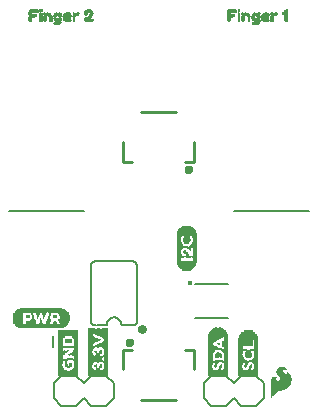
<source format=gto>
G75*
%MOIN*%
%OFA0B0*%
%FSLAX25Y25*%
%IPPOS*%
%LPD*%
%AMOC8*
5,1,8,0,0,1.08239X$1,22.5*
%
%ADD10C,0.00800*%
%ADD11C,0.00010*%
%ADD12C,0.01000*%
%ADD13C,0.01575*%
%ADD14C,0.00300*%
%ADD15C,0.01575*%
%ADD16R,0.00157X0.15276*%
%ADD17R,0.00157X0.03307*%
%ADD18R,0.00157X0.11024*%
%ADD19R,0.00157X0.02992*%
%ADD20R,0.00157X0.01260*%
%ADD21R,0.00157X0.01890*%
%ADD22R,0.00157X0.00630*%
%ADD23R,0.00157X0.02677*%
%ADD24R,0.00157X0.00787*%
%ADD25R,0.00157X0.01575*%
%ADD26R,0.00157X0.00472*%
%ADD27R,0.00157X0.02520*%
%ADD28R,0.00157X0.01417*%
%ADD29R,0.00157X0.02205*%
%ADD30R,0.00157X0.02362*%
%ADD31R,0.00157X0.02047*%
%ADD32R,0.00157X0.01102*%
%ADD33R,0.00157X0.00945*%
%ADD34R,0.00157X0.02835*%
%ADD35R,0.00157X0.01732*%
%ADD36R,0.00157X0.00157*%
%ADD37R,0.00157X0.00315*%
%ADD38R,0.00157X0.03150*%
%ADD39R,0.00157X0.15906*%
%ADD40R,0.00157X0.03937*%
%ADD41R,0.00157X0.07402*%
%ADD42R,0.00157X0.03622*%
%ADD43R,0.00157X0.03465*%
%ADD44R,0.00157X0.13858*%
%ADD45R,0.00157X0.14331*%
%ADD46R,0.00157X0.14646*%
%ADD47R,0.00157X0.14961*%
%ADD48R,0.00157X0.15118*%
%ADD49R,0.00157X0.15433*%
%ADD50R,0.00157X0.11969*%
%ADD51R,0.00157X0.04567*%
%ADD52R,0.00157X0.04409*%
%ADD53R,0.00157X0.04252*%
%ADD54R,0.00157X0.04094*%
%ADD55R,0.00157X0.03780*%
%ADD56R,0.00157X0.12913*%
%ADD57R,0.00157X0.13386*%
%ADD58R,0.00157X0.13701*%
%ADD59R,0.00157X0.14016*%
%ADD60R,0.00157X0.14173*%
%ADD61R,0.00157X0.14488*%
%ADD62R,0.00157X0.07087*%
%ADD63R,0.00157X0.04882*%
%ADD64R,0.00157X0.05039*%
%ADD65R,0.00157X0.05197*%
%ADD66C,0.00500*%
%ADD67R,0.14331X0.00157*%
%ADD68R,0.15276X0.00157*%
%ADD69R,0.15906X0.00157*%
%ADD70R,0.16535X0.00157*%
%ADD71R,0.16850X0.00157*%
%ADD72R,0.17165X0.00157*%
%ADD73R,0.17480X0.00157*%
%ADD74R,0.06614X0.00157*%
%ADD75R,0.04094X0.00157*%
%ADD76R,0.06772X0.00157*%
%ADD77R,0.02992X0.00157*%
%ADD78R,0.01260X0.00157*%
%ADD79R,0.01575X0.00157*%
%ADD80R,0.00630X0.00157*%
%ADD81R,0.03780X0.00157*%
%ADD82R,0.00787X0.00157*%
%ADD83R,0.00472X0.00157*%
%ADD84R,0.03465X0.00157*%
%ADD85R,0.03150X0.00157*%
%ADD86R,0.01102X0.00157*%
%ADD87R,0.03307X0.00157*%
%ADD88R,0.00315X0.00157*%
%ADD89R,0.00945X0.00157*%
%ADD90R,0.03622X0.00157*%
%ADD91R,0.01732X0.00157*%
%ADD92R,0.02205X0.00157*%
%ADD93R,0.01417X0.00157*%
%ADD94R,0.02835X0.00157*%
%ADD95R,0.01890X0.00157*%
%ADD96R,0.00157X0.10236*%
%ADD97R,0.00157X0.11181*%
%ADD98R,0.00157X0.11811*%
%ADD99R,0.00157X0.12441*%
%ADD100R,0.00157X0.12756*%
%ADD101R,0.00157X0.13071*%
%ADD102R,0.00157X0.05669*%
%ADD103R,0.00157X0.05827*%
%ADD104R,0.00157X0.05512*%
%ADD105R,0.02677X0.00157*%
%ADD106R,0.02047X0.00157*%
%ADD107R,0.02362X0.00157*%
%ADD108R,0.02520X0.00157*%
D10*
X0143333Y0047500D02*
X0145833Y0045000D01*
X0150833Y0045000D01*
X0153333Y0047500D01*
X0155833Y0045000D01*
X0160833Y0045000D01*
X0163333Y0047500D01*
X0163333Y0052500D01*
X0160833Y0055000D01*
X0155833Y0055000D01*
X0153333Y0052500D01*
X0150833Y0055000D01*
X0145833Y0055000D01*
X0143333Y0052500D01*
X0143333Y0047500D01*
X0157614Y0071800D02*
X0160933Y0071800D01*
X0160933Y0072000D02*
X0160935Y0072098D01*
X0160941Y0072196D01*
X0160950Y0072294D01*
X0160964Y0072391D01*
X0160981Y0072488D01*
X0161002Y0072584D01*
X0161027Y0072679D01*
X0161055Y0072773D01*
X0161088Y0072865D01*
X0161123Y0072957D01*
X0161163Y0073047D01*
X0161205Y0073135D01*
X0161252Y0073222D01*
X0161301Y0073306D01*
X0161354Y0073389D01*
X0161410Y0073469D01*
X0161470Y0073548D01*
X0161532Y0073624D01*
X0161597Y0073697D01*
X0161665Y0073768D01*
X0161736Y0073836D01*
X0161809Y0073901D01*
X0161885Y0073963D01*
X0161964Y0074023D01*
X0162044Y0074079D01*
X0162127Y0074132D01*
X0162211Y0074181D01*
X0162298Y0074228D01*
X0162386Y0074270D01*
X0162476Y0074310D01*
X0162568Y0074345D01*
X0162660Y0074378D01*
X0162754Y0074406D01*
X0162849Y0074431D01*
X0162945Y0074452D01*
X0163042Y0074469D01*
X0163139Y0074483D01*
X0163237Y0074492D01*
X0163335Y0074498D01*
X0163433Y0074500D01*
X0163531Y0074498D01*
X0163629Y0074492D01*
X0163727Y0074483D01*
X0163824Y0074469D01*
X0163921Y0074452D01*
X0164017Y0074431D01*
X0164112Y0074406D01*
X0164206Y0074378D01*
X0164298Y0074345D01*
X0164390Y0074310D01*
X0164480Y0074270D01*
X0164568Y0074228D01*
X0164655Y0074181D01*
X0164739Y0074132D01*
X0164822Y0074079D01*
X0164902Y0074023D01*
X0164981Y0073963D01*
X0165057Y0073901D01*
X0165130Y0073836D01*
X0165201Y0073768D01*
X0165269Y0073697D01*
X0165334Y0073624D01*
X0165396Y0073548D01*
X0165456Y0073469D01*
X0165512Y0073389D01*
X0165565Y0073306D01*
X0165614Y0073222D01*
X0165661Y0073135D01*
X0165703Y0073047D01*
X0165743Y0072957D01*
X0165778Y0072865D01*
X0165811Y0072773D01*
X0165839Y0072679D01*
X0165864Y0072584D01*
X0165885Y0072488D01*
X0165902Y0072391D01*
X0165916Y0072294D01*
X0165925Y0072196D01*
X0165931Y0072098D01*
X0165933Y0072000D01*
X0165933Y0071800D02*
X0169890Y0071800D01*
X0169890Y0071801D02*
X0169960Y0071813D01*
X0170030Y0071830D01*
X0170098Y0071850D01*
X0170166Y0071873D01*
X0170232Y0071901D01*
X0170296Y0071932D01*
X0170358Y0071966D01*
X0170419Y0072004D01*
X0170478Y0072044D01*
X0170534Y0072088D01*
X0170587Y0072135D01*
X0170639Y0072185D01*
X0170687Y0072238D01*
X0170732Y0072293D01*
X0170775Y0072350D01*
X0170814Y0072410D01*
X0170850Y0072472D01*
X0170882Y0072535D01*
X0170911Y0072600D01*
X0170937Y0072667D01*
X0170959Y0072735D01*
X0170977Y0072804D01*
X0170991Y0072874D01*
X0171001Y0072945D01*
X0171008Y0073016D01*
X0171011Y0073087D01*
X0171010Y0073158D01*
X0171005Y0073230D01*
X0170996Y0073300D01*
X0170996Y0092094D01*
X0170984Y0092164D01*
X0170967Y0092234D01*
X0170947Y0092302D01*
X0170923Y0092369D01*
X0170896Y0092435D01*
X0170865Y0092500D01*
X0170831Y0092562D01*
X0170793Y0092623D01*
X0170752Y0092681D01*
X0170708Y0092738D01*
X0170661Y0092791D01*
X0170611Y0092842D01*
X0170559Y0092891D01*
X0170504Y0092936D01*
X0170446Y0092979D01*
X0170387Y0093018D01*
X0170325Y0093054D01*
X0170261Y0093086D01*
X0170196Y0093115D01*
X0170130Y0093141D01*
X0170062Y0093162D01*
X0169992Y0093181D01*
X0169923Y0093195D01*
X0169852Y0093205D01*
X0169781Y0093212D01*
X0169710Y0093215D01*
X0169638Y0093214D01*
X0169567Y0093209D01*
X0169496Y0093200D01*
X0157171Y0093200D01*
X0157170Y0093200D02*
X0157094Y0093198D01*
X0157019Y0093192D01*
X0156943Y0093183D01*
X0156868Y0093169D01*
X0156794Y0093152D01*
X0156721Y0093131D01*
X0156649Y0093107D01*
X0156579Y0093079D01*
X0156510Y0093047D01*
X0156442Y0093012D01*
X0156377Y0092973D01*
X0156313Y0092931D01*
X0156252Y0092886D01*
X0156193Y0092838D01*
X0156137Y0092787D01*
X0156083Y0092733D01*
X0156032Y0092677D01*
X0155984Y0092618D01*
X0155939Y0092557D01*
X0155897Y0092493D01*
X0155858Y0092428D01*
X0155823Y0092360D01*
X0155791Y0092291D01*
X0155763Y0092221D01*
X0155739Y0092149D01*
X0155718Y0092076D01*
X0155701Y0092002D01*
X0155687Y0091927D01*
X0155678Y0091851D01*
X0155672Y0091776D01*
X0155670Y0091700D01*
X0155671Y0091700D02*
X0155671Y0073300D01*
X0155670Y0073300D02*
X0155682Y0073219D01*
X0155697Y0073139D01*
X0155716Y0073060D01*
X0155738Y0072982D01*
X0155765Y0072905D01*
X0155794Y0072829D01*
X0155828Y0072755D01*
X0155865Y0072683D01*
X0155905Y0072612D01*
X0155949Y0072544D01*
X0155996Y0072477D01*
X0156046Y0072413D01*
X0156099Y0072352D01*
X0156155Y0072293D01*
X0156214Y0072236D01*
X0156275Y0072183D01*
X0156339Y0072132D01*
X0156405Y0072085D01*
X0156473Y0072041D01*
X0156543Y0072000D01*
X0156615Y0071962D01*
X0156689Y0071928D01*
X0156765Y0071898D01*
X0156841Y0071871D01*
X0156919Y0071848D01*
X0156998Y0071828D01*
X0157078Y0071813D01*
X0157159Y0071801D01*
X0157239Y0071793D01*
X0157321Y0071789D01*
X0157402Y0071788D01*
X0157483Y0071792D01*
X0157564Y0071799D01*
X0190322Y0074390D02*
X0201345Y0074390D01*
X0201345Y0085610D02*
X0190322Y0085610D01*
X0203333Y0110000D02*
X0228333Y0110000D01*
X0153333Y0110000D02*
X0128333Y0110000D01*
X0193333Y0052500D02*
X0195833Y0055000D01*
X0200833Y0055000D01*
X0203333Y0052500D01*
X0205833Y0055000D01*
X0210833Y0055000D01*
X0213333Y0052500D01*
X0213333Y0047500D01*
X0210833Y0045000D01*
X0205833Y0045000D01*
X0203333Y0047500D01*
X0200833Y0045000D01*
X0195833Y0045000D01*
X0193333Y0047500D01*
X0193333Y0052500D01*
D11*
X0173686Y0069846D02*
X0173835Y0070083D01*
X0173927Y0070347D01*
X0173958Y0070625D01*
X0173927Y0070903D01*
X0173835Y0071167D01*
X0173686Y0071404D01*
X0173488Y0071602D01*
X0173251Y0071751D01*
X0172986Y0071844D01*
X0172708Y0071875D01*
X0172430Y0071844D01*
X0172166Y0071751D01*
X0171929Y0071602D01*
X0171731Y0071404D01*
X0171582Y0071167D01*
X0171490Y0070903D01*
X0171458Y0070625D01*
X0171490Y0070347D01*
X0171582Y0070083D01*
X0171731Y0069846D01*
X0171929Y0069648D01*
X0172166Y0069499D01*
X0172430Y0069406D01*
X0172708Y0069375D01*
X0172986Y0069406D01*
X0173251Y0069499D01*
X0173488Y0069648D01*
X0173686Y0069846D01*
X0173683Y0069843D02*
X0171733Y0069843D01*
X0171727Y0069852D02*
X0173689Y0069852D01*
X0173695Y0069860D02*
X0171722Y0069860D01*
X0171717Y0069869D02*
X0173700Y0069869D01*
X0173705Y0069877D02*
X0171711Y0069877D01*
X0171706Y0069886D02*
X0173711Y0069886D01*
X0173716Y0069894D02*
X0171700Y0069894D01*
X0171695Y0069903D02*
X0173722Y0069903D01*
X0173727Y0069911D02*
X0171690Y0069911D01*
X0171684Y0069920D02*
X0173732Y0069920D01*
X0173738Y0069928D02*
X0171679Y0069928D01*
X0171674Y0069937D02*
X0173743Y0069937D01*
X0173748Y0069945D02*
X0171668Y0069945D01*
X0171663Y0069954D02*
X0173754Y0069954D01*
X0173759Y0069962D02*
X0171658Y0069962D01*
X0171652Y0069971D02*
X0173764Y0069971D01*
X0173770Y0069979D02*
X0171647Y0069979D01*
X0171642Y0069988D02*
X0173775Y0069988D01*
X0173780Y0069996D02*
X0171636Y0069996D01*
X0171631Y0070005D02*
X0173786Y0070005D01*
X0173791Y0070013D02*
X0171626Y0070013D01*
X0171620Y0070022D02*
X0173796Y0070022D01*
X0173802Y0070031D02*
X0171615Y0070031D01*
X0171610Y0070039D02*
X0173807Y0070039D01*
X0173812Y0070048D02*
X0171604Y0070048D01*
X0171599Y0070056D02*
X0173818Y0070056D01*
X0173823Y0070065D02*
X0171593Y0070065D01*
X0171588Y0070073D02*
X0173829Y0070073D01*
X0173834Y0070082D02*
X0171583Y0070082D01*
X0171580Y0070090D02*
X0173837Y0070090D01*
X0173840Y0070099D02*
X0171577Y0070099D01*
X0171574Y0070107D02*
X0173843Y0070107D01*
X0173846Y0070116D02*
X0171571Y0070116D01*
X0171568Y0070124D02*
X0173849Y0070124D01*
X0173852Y0070133D02*
X0171565Y0070133D01*
X0171562Y0070141D02*
X0173855Y0070141D01*
X0173858Y0070150D02*
X0171559Y0070150D01*
X0171556Y0070158D02*
X0173861Y0070158D01*
X0173864Y0070167D02*
X0171553Y0070167D01*
X0171550Y0070175D02*
X0173867Y0070175D01*
X0173870Y0070184D02*
X0171547Y0070184D01*
X0171544Y0070192D02*
X0173873Y0070192D01*
X0173876Y0070201D02*
X0171541Y0070201D01*
X0171538Y0070209D02*
X0173879Y0070209D01*
X0173882Y0070218D02*
X0171535Y0070218D01*
X0171532Y0070226D02*
X0173885Y0070226D01*
X0173888Y0070235D02*
X0171529Y0070235D01*
X0171526Y0070243D02*
X0173891Y0070243D01*
X0173894Y0070252D02*
X0171523Y0070252D01*
X0171520Y0070260D02*
X0173897Y0070260D01*
X0173900Y0070269D02*
X0171517Y0070269D01*
X0171514Y0070277D02*
X0173903Y0070277D01*
X0173906Y0070286D02*
X0171511Y0070286D01*
X0171508Y0070294D02*
X0173909Y0070294D01*
X0173912Y0070303D02*
X0171505Y0070303D01*
X0171502Y0070311D02*
X0173915Y0070311D01*
X0173918Y0070320D02*
X0171499Y0070320D01*
X0171496Y0070328D02*
X0173921Y0070328D01*
X0173924Y0070337D02*
X0171493Y0070337D01*
X0171490Y0070346D02*
X0173927Y0070346D01*
X0173928Y0070354D02*
X0171489Y0070354D01*
X0171488Y0070363D02*
X0173929Y0070363D01*
X0173930Y0070371D02*
X0171487Y0070371D01*
X0171486Y0070380D02*
X0173931Y0070380D01*
X0173932Y0070388D02*
X0171485Y0070388D01*
X0171484Y0070397D02*
X0173933Y0070397D01*
X0173934Y0070405D02*
X0171483Y0070405D01*
X0171482Y0070414D02*
X0173935Y0070414D01*
X0173935Y0070422D02*
X0171481Y0070422D01*
X0171480Y0070431D02*
X0173936Y0070431D01*
X0173937Y0070439D02*
X0171479Y0070439D01*
X0171478Y0070448D02*
X0173938Y0070448D01*
X0173939Y0070456D02*
X0171477Y0070456D01*
X0171476Y0070465D02*
X0173940Y0070465D01*
X0173941Y0070473D02*
X0171475Y0070473D01*
X0171474Y0070482D02*
X0173942Y0070482D01*
X0173943Y0070490D02*
X0171473Y0070490D01*
X0171473Y0070499D02*
X0173944Y0070499D01*
X0173945Y0070507D02*
X0171472Y0070507D01*
X0171471Y0070516D02*
X0173946Y0070516D01*
X0173947Y0070524D02*
X0171470Y0070524D01*
X0171469Y0070533D02*
X0173948Y0070533D01*
X0173949Y0070541D02*
X0171468Y0070541D01*
X0171467Y0070550D02*
X0173950Y0070550D01*
X0173951Y0070558D02*
X0171466Y0070558D01*
X0171465Y0070567D02*
X0173952Y0070567D01*
X0173953Y0070575D02*
X0171464Y0070575D01*
X0171463Y0070584D02*
X0173954Y0070584D01*
X0173955Y0070592D02*
X0171462Y0070592D01*
X0171461Y0070601D02*
X0173956Y0070601D01*
X0173957Y0070609D02*
X0171460Y0070609D01*
X0171459Y0070618D02*
X0173958Y0070618D01*
X0173958Y0070626D02*
X0171459Y0070626D01*
X0171459Y0070635D02*
X0173957Y0070635D01*
X0173956Y0070644D02*
X0171460Y0070644D01*
X0171461Y0070652D02*
X0173955Y0070652D01*
X0173954Y0070661D02*
X0171462Y0070661D01*
X0171463Y0070669D02*
X0173953Y0070669D01*
X0173952Y0070678D02*
X0171464Y0070678D01*
X0171465Y0070686D02*
X0173951Y0070686D01*
X0173950Y0070695D02*
X0171466Y0070695D01*
X0171467Y0070703D02*
X0173950Y0070703D01*
X0173949Y0070712D02*
X0171468Y0070712D01*
X0171469Y0070720D02*
X0173948Y0070720D01*
X0173947Y0070729D02*
X0171470Y0070729D01*
X0171471Y0070737D02*
X0173946Y0070737D01*
X0173945Y0070746D02*
X0171472Y0070746D01*
X0171473Y0070754D02*
X0173944Y0070754D01*
X0173943Y0070763D02*
X0171474Y0070763D01*
X0171475Y0070771D02*
X0173942Y0070771D01*
X0173941Y0070780D02*
X0171476Y0070780D01*
X0171477Y0070788D02*
X0173940Y0070788D01*
X0173939Y0070797D02*
X0171478Y0070797D01*
X0171479Y0070805D02*
X0173938Y0070805D01*
X0173937Y0070814D02*
X0171480Y0070814D01*
X0171481Y0070822D02*
X0173936Y0070822D01*
X0173935Y0070831D02*
X0171482Y0070831D01*
X0171482Y0070839D02*
X0173934Y0070839D01*
X0173933Y0070848D02*
X0171483Y0070848D01*
X0171484Y0070856D02*
X0173932Y0070856D01*
X0173931Y0070865D02*
X0171485Y0070865D01*
X0171486Y0070873D02*
X0173930Y0070873D01*
X0173929Y0070882D02*
X0171487Y0070882D01*
X0171488Y0070890D02*
X0173928Y0070890D01*
X0173927Y0070899D02*
X0171489Y0070899D01*
X0171491Y0070907D02*
X0173926Y0070907D01*
X0173923Y0070916D02*
X0171494Y0070916D01*
X0171497Y0070924D02*
X0173920Y0070924D01*
X0173917Y0070933D02*
X0171500Y0070933D01*
X0171503Y0070941D02*
X0173914Y0070941D01*
X0173911Y0070950D02*
X0171506Y0070950D01*
X0171509Y0070959D02*
X0173908Y0070959D01*
X0173905Y0070967D02*
X0171512Y0070967D01*
X0171515Y0070976D02*
X0173902Y0070976D01*
X0173899Y0070984D02*
X0171518Y0070984D01*
X0171521Y0070993D02*
X0173896Y0070993D01*
X0173893Y0071001D02*
X0171524Y0071001D01*
X0171527Y0071010D02*
X0173890Y0071010D01*
X0173887Y0071018D02*
X0171530Y0071018D01*
X0171533Y0071027D02*
X0173884Y0071027D01*
X0173881Y0071035D02*
X0171536Y0071035D01*
X0171539Y0071044D02*
X0173878Y0071044D01*
X0173875Y0071052D02*
X0171542Y0071052D01*
X0171545Y0071061D02*
X0173872Y0071061D01*
X0173869Y0071069D02*
X0171548Y0071069D01*
X0171551Y0071078D02*
X0173866Y0071078D01*
X0173863Y0071086D02*
X0171554Y0071086D01*
X0171557Y0071095D02*
X0173860Y0071095D01*
X0173857Y0071103D02*
X0171560Y0071103D01*
X0171563Y0071112D02*
X0173854Y0071112D01*
X0173851Y0071120D02*
X0171566Y0071120D01*
X0171569Y0071129D02*
X0173848Y0071129D01*
X0173845Y0071137D02*
X0171572Y0071137D01*
X0171575Y0071146D02*
X0173842Y0071146D01*
X0173839Y0071154D02*
X0171578Y0071154D01*
X0171581Y0071163D02*
X0173836Y0071163D01*
X0173832Y0071171D02*
X0171585Y0071171D01*
X0171590Y0071180D02*
X0173827Y0071180D01*
X0173821Y0071188D02*
X0171595Y0071188D01*
X0171601Y0071197D02*
X0173816Y0071197D01*
X0173811Y0071205D02*
X0171606Y0071205D01*
X0171611Y0071214D02*
X0173805Y0071214D01*
X0173800Y0071222D02*
X0171617Y0071222D01*
X0171622Y0071231D02*
X0173795Y0071231D01*
X0173789Y0071239D02*
X0171627Y0071239D01*
X0171633Y0071248D02*
X0173784Y0071248D01*
X0173779Y0071256D02*
X0171638Y0071256D01*
X0171643Y0071265D02*
X0173773Y0071265D01*
X0173768Y0071274D02*
X0171649Y0071274D01*
X0171654Y0071282D02*
X0173762Y0071282D01*
X0173757Y0071291D02*
X0171660Y0071291D01*
X0171665Y0071299D02*
X0173752Y0071299D01*
X0173746Y0071308D02*
X0171670Y0071308D01*
X0171676Y0071316D02*
X0173741Y0071316D01*
X0173736Y0071325D02*
X0171681Y0071325D01*
X0171686Y0071333D02*
X0173730Y0071333D01*
X0173725Y0071342D02*
X0171692Y0071342D01*
X0171697Y0071350D02*
X0173720Y0071350D01*
X0173714Y0071359D02*
X0171702Y0071359D01*
X0171708Y0071367D02*
X0173709Y0071367D01*
X0173704Y0071376D02*
X0171713Y0071376D01*
X0171718Y0071384D02*
X0173698Y0071384D01*
X0173693Y0071393D02*
X0171724Y0071393D01*
X0171729Y0071401D02*
X0173688Y0071401D01*
X0173680Y0071410D02*
X0171736Y0071410D01*
X0171745Y0071418D02*
X0173672Y0071418D01*
X0173663Y0071427D02*
X0171753Y0071427D01*
X0171762Y0071435D02*
X0173655Y0071435D01*
X0173646Y0071444D02*
X0171770Y0071444D01*
X0171779Y0071452D02*
X0173638Y0071452D01*
X0173629Y0071461D02*
X0171788Y0071461D01*
X0171796Y0071469D02*
X0173621Y0071469D01*
X0173612Y0071478D02*
X0171805Y0071478D01*
X0171813Y0071486D02*
X0173604Y0071486D01*
X0173595Y0071495D02*
X0171822Y0071495D01*
X0171830Y0071503D02*
X0173587Y0071503D01*
X0173578Y0071512D02*
X0171839Y0071512D01*
X0171847Y0071520D02*
X0173570Y0071520D01*
X0173561Y0071529D02*
X0171856Y0071529D01*
X0171864Y0071537D02*
X0173553Y0071537D01*
X0173544Y0071546D02*
X0171873Y0071546D01*
X0171881Y0071554D02*
X0173536Y0071554D01*
X0173527Y0071563D02*
X0171890Y0071563D01*
X0171898Y0071572D02*
X0173518Y0071572D01*
X0173510Y0071580D02*
X0171907Y0071580D01*
X0171915Y0071589D02*
X0173501Y0071589D01*
X0173493Y0071597D02*
X0171924Y0071597D01*
X0171934Y0071606D02*
X0173482Y0071606D01*
X0173469Y0071614D02*
X0171948Y0071614D01*
X0171961Y0071623D02*
X0173455Y0071623D01*
X0173442Y0071631D02*
X0171975Y0071631D01*
X0171988Y0071640D02*
X0173428Y0071640D01*
X0173415Y0071648D02*
X0172002Y0071648D01*
X0172015Y0071657D02*
X0173401Y0071657D01*
X0173388Y0071665D02*
X0172029Y0071665D01*
X0172043Y0071674D02*
X0173374Y0071674D01*
X0173361Y0071682D02*
X0172056Y0071682D01*
X0172070Y0071691D02*
X0173347Y0071691D01*
X0173333Y0071699D02*
X0172083Y0071699D01*
X0172097Y0071708D02*
X0173320Y0071708D01*
X0173306Y0071716D02*
X0172110Y0071716D01*
X0172124Y0071725D02*
X0173293Y0071725D01*
X0173279Y0071733D02*
X0172137Y0071733D01*
X0172151Y0071742D02*
X0173266Y0071742D01*
X0173252Y0071750D02*
X0172165Y0071750D01*
X0172188Y0071759D02*
X0173229Y0071759D01*
X0173205Y0071767D02*
X0172212Y0071767D01*
X0172236Y0071776D02*
X0173180Y0071776D01*
X0173156Y0071784D02*
X0172261Y0071784D01*
X0172285Y0071793D02*
X0173132Y0071793D01*
X0173107Y0071801D02*
X0172309Y0071801D01*
X0172334Y0071810D02*
X0173083Y0071810D01*
X0173059Y0071818D02*
X0172358Y0071818D01*
X0172382Y0071827D02*
X0173034Y0071827D01*
X0173010Y0071835D02*
X0172407Y0071835D01*
X0172433Y0071844D02*
X0172984Y0071844D01*
X0172908Y0071852D02*
X0172508Y0071852D01*
X0172584Y0071861D02*
X0172833Y0071861D01*
X0172757Y0071869D02*
X0172659Y0071869D01*
X0171742Y0069835D02*
X0173675Y0069835D01*
X0173666Y0069826D02*
X0171750Y0069826D01*
X0171759Y0069818D02*
X0173658Y0069818D01*
X0173649Y0069809D02*
X0171768Y0069809D01*
X0171776Y0069801D02*
X0173641Y0069801D01*
X0173632Y0069792D02*
X0171785Y0069792D01*
X0171793Y0069784D02*
X0173624Y0069784D01*
X0173615Y0069775D02*
X0171802Y0069775D01*
X0171810Y0069767D02*
X0173607Y0069767D01*
X0173598Y0069758D02*
X0171819Y0069758D01*
X0171827Y0069750D02*
X0173590Y0069750D01*
X0173581Y0069741D02*
X0171836Y0069741D01*
X0171844Y0069733D02*
X0173573Y0069733D01*
X0173564Y0069724D02*
X0171853Y0069724D01*
X0171861Y0069716D02*
X0173555Y0069716D01*
X0173547Y0069707D02*
X0171870Y0069707D01*
X0171878Y0069698D02*
X0173538Y0069698D01*
X0173530Y0069690D02*
X0171887Y0069690D01*
X0171895Y0069681D02*
X0173521Y0069681D01*
X0173513Y0069673D02*
X0171904Y0069673D01*
X0171912Y0069664D02*
X0173504Y0069664D01*
X0173496Y0069656D02*
X0171921Y0069656D01*
X0171929Y0069647D02*
X0173487Y0069647D01*
X0173474Y0069639D02*
X0171943Y0069639D01*
X0171957Y0069630D02*
X0173460Y0069630D01*
X0173447Y0069622D02*
X0171970Y0069622D01*
X0171984Y0069613D02*
X0173433Y0069613D01*
X0173419Y0069605D02*
X0171997Y0069605D01*
X0172011Y0069596D02*
X0173406Y0069596D01*
X0173392Y0069588D02*
X0172024Y0069588D01*
X0172038Y0069579D02*
X0173379Y0069579D01*
X0173365Y0069571D02*
X0172051Y0069571D01*
X0172065Y0069562D02*
X0173352Y0069562D01*
X0173338Y0069554D02*
X0172079Y0069554D01*
X0172092Y0069545D02*
X0173325Y0069545D01*
X0173311Y0069537D02*
X0172106Y0069537D01*
X0172119Y0069528D02*
X0173297Y0069528D01*
X0173284Y0069520D02*
X0172133Y0069520D01*
X0172146Y0069511D02*
X0173270Y0069511D01*
X0173257Y0069503D02*
X0172160Y0069503D01*
X0172179Y0069494D02*
X0173237Y0069494D01*
X0173213Y0069486D02*
X0172204Y0069486D01*
X0172228Y0069477D02*
X0173189Y0069477D01*
X0173164Y0069469D02*
X0172252Y0069469D01*
X0172277Y0069460D02*
X0173140Y0069460D01*
X0173116Y0069452D02*
X0172301Y0069452D01*
X0172325Y0069443D02*
X0173091Y0069443D01*
X0173067Y0069435D02*
X0172350Y0069435D01*
X0172374Y0069426D02*
X0173043Y0069426D01*
X0173018Y0069418D02*
X0172398Y0069418D01*
X0172423Y0069409D02*
X0172994Y0069409D01*
X0172935Y0069400D02*
X0172482Y0069400D01*
X0172558Y0069392D02*
X0172859Y0069392D01*
X0172783Y0069383D02*
X0172633Y0069383D01*
D12*
X0169475Y0063622D02*
X0166522Y0063622D01*
X0166522Y0057126D01*
X0172428Y0046890D02*
X0184239Y0046890D01*
X0190144Y0057126D02*
X0190144Y0063622D01*
X0187192Y0063622D01*
X0187192Y0126378D02*
X0190144Y0126378D01*
X0190144Y0132874D01*
X0184239Y0143110D02*
X0172428Y0143110D01*
X0166522Y0132874D02*
X0166522Y0126378D01*
X0169475Y0126378D01*
D13*
X0187619Y0123819D02*
X0187621Y0123866D01*
X0187627Y0123912D01*
X0187636Y0123958D01*
X0187650Y0124002D01*
X0187667Y0124046D01*
X0187688Y0124087D01*
X0187712Y0124127D01*
X0187739Y0124165D01*
X0187770Y0124200D01*
X0187803Y0124233D01*
X0187839Y0124263D01*
X0187878Y0124289D01*
X0187918Y0124313D01*
X0187960Y0124332D01*
X0188004Y0124349D01*
X0188049Y0124361D01*
X0188095Y0124370D01*
X0188141Y0124375D01*
X0188188Y0124376D01*
X0188234Y0124373D01*
X0188280Y0124366D01*
X0188326Y0124355D01*
X0188370Y0124341D01*
X0188413Y0124323D01*
X0188454Y0124301D01*
X0188494Y0124276D01*
X0188531Y0124248D01*
X0188566Y0124217D01*
X0188598Y0124183D01*
X0188627Y0124146D01*
X0188652Y0124108D01*
X0188675Y0124067D01*
X0188694Y0124024D01*
X0188709Y0123980D01*
X0188721Y0123935D01*
X0188729Y0123889D01*
X0188733Y0123842D01*
X0188733Y0123796D01*
X0188729Y0123749D01*
X0188721Y0123703D01*
X0188709Y0123658D01*
X0188694Y0123614D01*
X0188675Y0123571D01*
X0188652Y0123530D01*
X0188627Y0123492D01*
X0188598Y0123455D01*
X0188566Y0123421D01*
X0188531Y0123390D01*
X0188494Y0123362D01*
X0188455Y0123337D01*
X0188413Y0123315D01*
X0188370Y0123297D01*
X0188326Y0123283D01*
X0188280Y0123272D01*
X0188234Y0123265D01*
X0188188Y0123262D01*
X0188141Y0123263D01*
X0188095Y0123268D01*
X0188049Y0123277D01*
X0188004Y0123289D01*
X0187960Y0123306D01*
X0187918Y0123325D01*
X0187878Y0123349D01*
X0187839Y0123375D01*
X0187803Y0123405D01*
X0187770Y0123438D01*
X0187739Y0123473D01*
X0187712Y0123511D01*
X0187688Y0123551D01*
X0187667Y0123592D01*
X0187650Y0123636D01*
X0187636Y0123680D01*
X0187627Y0123726D01*
X0187621Y0123772D01*
X0187619Y0123819D01*
X0167934Y0066181D02*
X0167936Y0066228D01*
X0167942Y0066274D01*
X0167951Y0066320D01*
X0167965Y0066364D01*
X0167982Y0066408D01*
X0168003Y0066449D01*
X0168027Y0066489D01*
X0168054Y0066527D01*
X0168085Y0066562D01*
X0168118Y0066595D01*
X0168154Y0066625D01*
X0168193Y0066651D01*
X0168233Y0066675D01*
X0168275Y0066694D01*
X0168319Y0066711D01*
X0168364Y0066723D01*
X0168410Y0066732D01*
X0168456Y0066737D01*
X0168503Y0066738D01*
X0168549Y0066735D01*
X0168595Y0066728D01*
X0168641Y0066717D01*
X0168685Y0066703D01*
X0168728Y0066685D01*
X0168769Y0066663D01*
X0168809Y0066638D01*
X0168846Y0066610D01*
X0168881Y0066579D01*
X0168913Y0066545D01*
X0168942Y0066508D01*
X0168967Y0066470D01*
X0168990Y0066429D01*
X0169009Y0066386D01*
X0169024Y0066342D01*
X0169036Y0066297D01*
X0169044Y0066251D01*
X0169048Y0066204D01*
X0169048Y0066158D01*
X0169044Y0066111D01*
X0169036Y0066065D01*
X0169024Y0066020D01*
X0169009Y0065976D01*
X0168990Y0065933D01*
X0168967Y0065892D01*
X0168942Y0065854D01*
X0168913Y0065817D01*
X0168881Y0065783D01*
X0168846Y0065752D01*
X0168809Y0065724D01*
X0168770Y0065699D01*
X0168728Y0065677D01*
X0168685Y0065659D01*
X0168641Y0065645D01*
X0168595Y0065634D01*
X0168549Y0065627D01*
X0168503Y0065624D01*
X0168456Y0065625D01*
X0168410Y0065630D01*
X0168364Y0065639D01*
X0168319Y0065651D01*
X0168275Y0065668D01*
X0168233Y0065687D01*
X0168193Y0065711D01*
X0168154Y0065737D01*
X0168118Y0065767D01*
X0168085Y0065800D01*
X0168054Y0065835D01*
X0168027Y0065873D01*
X0168003Y0065913D01*
X0167982Y0065954D01*
X0167965Y0065998D01*
X0167951Y0066042D01*
X0167942Y0066088D01*
X0167936Y0066134D01*
X0167934Y0066181D01*
D14*
X0215633Y0053626D02*
X0215593Y0053311D01*
X0215593Y0047917D01*
X0215790Y0048114D01*
X0215908Y0048311D01*
X0216105Y0048508D01*
X0216302Y0048744D01*
X0216774Y0049217D01*
X0217247Y0049768D01*
X0217640Y0050161D01*
X0218034Y0050398D01*
X0218270Y0050437D01*
X0219018Y0050437D01*
X0219491Y0050516D01*
X0219924Y0050634D01*
X0220318Y0050791D01*
X0220711Y0051028D01*
X0221026Y0051303D01*
X0221341Y0051618D01*
X0221617Y0051972D01*
X0222010Y0052681D01*
X0222207Y0053429D01*
X0222247Y0054098D01*
X0222129Y0054728D01*
X0221932Y0055319D01*
X0221656Y0055752D01*
X0221341Y0056106D01*
X0221026Y0056303D01*
X0221026Y0055949D01*
X0220987Y0055831D01*
X0220948Y0055752D01*
X0220829Y0055634D01*
X0220711Y0055594D01*
X0220593Y0055594D01*
X0220278Y0055673D01*
X0220121Y0055752D01*
X0220003Y0055831D01*
X0219845Y0055949D01*
X0219609Y0056185D01*
X0219451Y0056421D01*
X0219412Y0056579D01*
X0219412Y0056815D01*
X0219451Y0056933D01*
X0219491Y0057012D01*
X0219570Y0057130D01*
X0219727Y0057248D01*
X0219885Y0057327D01*
X0220081Y0057366D01*
X0220239Y0057406D01*
X0220475Y0057406D01*
X0220554Y0057366D01*
X0220593Y0057366D01*
X0220554Y0057406D01*
X0220396Y0057524D01*
X0219845Y0057799D01*
X0219491Y0057878D01*
X0219097Y0057878D01*
X0218664Y0057799D01*
X0218231Y0057563D01*
X0217877Y0057287D01*
X0217680Y0056972D01*
X0217562Y0056618D01*
X0217562Y0056303D01*
X0217640Y0055949D01*
X0217837Y0055594D01*
X0218113Y0055280D01*
X0218428Y0054925D01*
X0218703Y0054650D01*
X0218822Y0054335D01*
X0218822Y0054059D01*
X0218743Y0053823D01*
X0218585Y0053626D01*
X0218349Y0053469D01*
X0218034Y0053390D01*
X0217719Y0053390D01*
X0217522Y0053429D01*
X0217325Y0053508D01*
X0217089Y0053744D01*
X0217010Y0053862D01*
X0216971Y0053980D01*
X0216971Y0054138D01*
X0217010Y0054256D01*
X0217247Y0054492D01*
X0217365Y0054531D01*
X0217522Y0054610D01*
X0217562Y0054650D01*
X0217404Y0054728D01*
X0216932Y0054728D01*
X0216696Y0054689D01*
X0216499Y0054650D01*
X0216302Y0054571D01*
X0216144Y0054453D01*
X0215948Y0054295D01*
X0215711Y0053902D01*
X0215633Y0053626D01*
X0215641Y0053657D02*
X0217177Y0053657D01*
X0216979Y0053955D02*
X0215744Y0053955D01*
X0215923Y0054254D02*
X0217010Y0054254D01*
X0217407Y0054552D02*
X0216277Y0054552D01*
X0215599Y0053358D02*
X0222189Y0053358D01*
X0222221Y0053657D02*
X0218610Y0053657D01*
X0218787Y0053955D02*
X0222238Y0053955D01*
X0222218Y0054254D02*
X0218822Y0054254D01*
X0218740Y0054552D02*
X0222162Y0054552D01*
X0222088Y0054851D02*
X0218502Y0054851D01*
X0218229Y0055149D02*
X0221988Y0055149D01*
X0221850Y0055448D02*
X0217966Y0055448D01*
X0217753Y0055746D02*
X0220132Y0055746D01*
X0219749Y0056045D02*
X0217619Y0056045D01*
X0217562Y0056343D02*
X0219503Y0056343D01*
X0219412Y0056642D02*
X0217570Y0056642D01*
X0217669Y0056940D02*
X0219455Y0056940D01*
X0219715Y0057239D02*
X0217846Y0057239D01*
X0218198Y0057537D02*
X0220369Y0057537D01*
X0219680Y0057836D02*
X0218866Y0057836D01*
X0221026Y0056045D02*
X0221396Y0056045D01*
X0221660Y0055746D02*
X0220942Y0055746D01*
X0222110Y0053060D02*
X0215593Y0053060D01*
X0215593Y0052761D02*
X0222032Y0052761D01*
X0221889Y0052463D02*
X0215593Y0052463D01*
X0215593Y0052164D02*
X0221723Y0052164D01*
X0221534Y0051866D02*
X0215593Y0051866D01*
X0215593Y0051567D02*
X0221290Y0051567D01*
X0220987Y0051269D02*
X0215593Y0051269D01*
X0215593Y0050970D02*
X0220616Y0050970D01*
X0220019Y0050672D02*
X0215593Y0050672D01*
X0215593Y0050373D02*
X0217993Y0050373D01*
X0217554Y0050075D02*
X0215593Y0050075D01*
X0215593Y0049776D02*
X0217255Y0049776D01*
X0216998Y0049478D02*
X0215593Y0049478D01*
X0215593Y0049179D02*
X0216737Y0049179D01*
X0216438Y0048881D02*
X0215593Y0048881D01*
X0215593Y0048582D02*
X0216167Y0048582D01*
X0215892Y0048284D02*
X0215593Y0048284D01*
X0215593Y0047985D02*
X0215661Y0047985D01*
D15*
X0188747Y0085906D03*
D16*
X0195971Y0062528D03*
X0200696Y0062528D03*
X0151483Y0062528D03*
X0151325Y0062528D03*
X0151168Y0062528D03*
X0151010Y0062528D03*
X0150853Y0062528D03*
X0150696Y0062528D03*
X0150538Y0062528D03*
X0146129Y0062528D03*
X0145971Y0062528D03*
X0145814Y0062528D03*
X0145656Y0062528D03*
X0145499Y0062528D03*
X0145341Y0062528D03*
X0145184Y0062528D03*
D17*
X0146286Y0056543D03*
X0156444Y0060638D03*
X0158333Y0060953D03*
X0159908Y0069142D03*
X0160066Y0069142D03*
X0150381Y0068512D03*
X0187046Y0091626D03*
X0187203Y0091626D03*
X0187361Y0091626D03*
X0187518Y0091626D03*
X0187676Y0091626D03*
X0187833Y0091626D03*
X0187991Y0091626D03*
X0188148Y0091626D03*
X0188306Y0091626D03*
X0188463Y0091626D03*
X0188621Y0091626D03*
X0189881Y0102650D03*
X0188936Y0103122D03*
X0186888Y0103122D03*
X0185944Y0102807D03*
X0199593Y0069299D03*
X0206286Y0060165D03*
X0208806Y0056543D03*
X0198806Y0056543D03*
D18*
X0146286Y0064654D03*
D19*
X0146444Y0068669D03*
X0159278Y0069299D03*
X0159436Y0069299D03*
X0160381Y0065205D03*
X0158018Y0061110D03*
X0158018Y0056386D03*
X0157861Y0056386D03*
X0158176Y0056386D03*
X0158333Y0056386D03*
X0158491Y0056386D03*
X0158648Y0056386D03*
X0156286Y0056386D03*
X0147861Y0059220D03*
X0147703Y0059220D03*
X0146444Y0056386D03*
X0199908Y0069299D03*
X0200381Y0068984D03*
X0209751Y0068354D03*
X0209908Y0068354D03*
X0189723Y0091941D03*
X0189408Y0091783D03*
X0189251Y0091783D03*
X0186416Y0091783D03*
X0186259Y0091783D03*
X0185944Y0091941D03*
X0186259Y0103122D03*
X0186416Y0103122D03*
X0189251Y0103122D03*
X0189408Y0103122D03*
X0189566Y0102965D03*
D20*
X0188306Y0095012D03*
X0185944Y0094854D03*
X0157703Y0067016D03*
X0158648Y0065126D03*
X0158806Y0065126D03*
X0158963Y0065283D03*
X0159121Y0065283D03*
X0158491Y0064969D03*
X0158176Y0064811D03*
X0159121Y0063079D03*
X0158963Y0062921D03*
X0160381Y0061661D03*
X0160381Y0059614D03*
X0159121Y0058197D03*
X0158963Y0058197D03*
X0150381Y0060244D03*
X0149278Y0058669D03*
X0146444Y0060244D03*
X0147073Y0062764D03*
X0149751Y0062449D03*
X0149908Y0062449D03*
X0149121Y0066543D03*
X0147703Y0066543D03*
X0197546Y0064181D03*
X0197703Y0064181D03*
X0197546Y0061661D03*
X0199278Y0061661D03*
X0198018Y0059457D03*
X0199121Y0058039D03*
X0206759Y0060087D03*
X0209121Y0058039D03*
X0210381Y0063394D03*
D21*
X0210223Y0060087D03*
X0207861Y0059142D03*
X0207861Y0055835D03*
X0208018Y0055835D03*
X0207703Y0055835D03*
X0207546Y0055835D03*
X0207388Y0055835D03*
X0207231Y0055835D03*
X0207073Y0055835D03*
X0209278Y0055835D03*
X0209436Y0055835D03*
X0209751Y0055835D03*
X0209908Y0055835D03*
X0199751Y0055835D03*
X0199593Y0055835D03*
X0199436Y0055835D03*
X0199278Y0055835D03*
X0197861Y0055835D03*
X0197703Y0055835D03*
X0197546Y0055835D03*
X0197388Y0055835D03*
X0197231Y0055835D03*
X0197073Y0055835D03*
X0197861Y0059142D03*
X0199908Y0065756D03*
X0159751Y0055835D03*
X0159593Y0055835D03*
X0159436Y0055835D03*
X0158963Y0055835D03*
X0157231Y0055835D03*
X0157388Y0060717D03*
X0158963Y0060717D03*
X0150381Y0062606D03*
X0146444Y0062606D03*
X0157073Y0067016D03*
X0157073Y0069850D03*
X0157231Y0069850D03*
X0156444Y0069850D03*
X0149278Y0069220D03*
X0149121Y0069220D03*
X0147546Y0069220D03*
X0147388Y0069220D03*
X0147388Y0055835D03*
X0147546Y0055835D03*
X0147703Y0055835D03*
X0148963Y0055835D03*
X0149121Y0055835D03*
X0149278Y0055835D03*
X0186101Y0098161D03*
X0189881Y0098634D03*
D22*
X0189093Y0098161D03*
X0187991Y0097846D03*
X0187046Y0098004D03*
X0186888Y0098004D03*
X0186416Y0094697D03*
X0186259Y0094697D03*
X0188778Y0094697D03*
X0189881Y0094539D03*
X0198648Y0065756D03*
X0198648Y0064024D03*
X0198491Y0064024D03*
X0198963Y0063866D03*
X0199593Y0063551D03*
X0199751Y0063394D03*
X0199908Y0063394D03*
X0199436Y0061504D03*
X0199908Y0059772D03*
X0198333Y0059772D03*
X0197073Y0059772D03*
X0196916Y0059772D03*
X0196759Y0059772D03*
X0197231Y0058197D03*
X0207231Y0058197D03*
X0209278Y0059929D03*
X0209436Y0059929D03*
X0209278Y0063551D03*
X0207388Y0063551D03*
X0206601Y0063551D03*
X0160066Y0061504D03*
X0159436Y0061189D03*
X0159436Y0060087D03*
X0160066Y0059772D03*
X0157546Y0064811D03*
X0157388Y0064811D03*
X0156759Y0064496D03*
X0150223Y0064654D03*
X0149436Y0066228D03*
X0146444Y0064654D03*
X0147861Y0063079D03*
X0148963Y0062134D03*
X0148018Y0060402D03*
X0147231Y0060402D03*
X0147073Y0060402D03*
X0146916Y0060402D03*
X0146759Y0060402D03*
X0150066Y0060402D03*
D23*
X0146601Y0056228D03*
X0156601Y0060638D03*
X0158648Y0069457D03*
X0158806Y0069457D03*
X0146601Y0068827D03*
X0196601Y0063945D03*
X0207703Y0062528D03*
X0209121Y0062528D03*
X0208648Y0056228D03*
X0200381Y0056228D03*
D24*
X0200066Y0059693D03*
X0198176Y0059693D03*
X0197231Y0059693D03*
X0196601Y0059693D03*
X0198176Y0064102D03*
X0198333Y0064102D03*
X0207546Y0063472D03*
X0209436Y0062055D03*
X0209593Y0060008D03*
X0209751Y0060008D03*
X0208176Y0059535D03*
X0160223Y0061583D03*
X0157861Y0064890D03*
X0157703Y0064890D03*
X0156601Y0064417D03*
X0158176Y0066937D03*
X0158333Y0066937D03*
X0150381Y0064575D03*
X0149278Y0062213D03*
X0149121Y0062213D03*
X0147703Y0063000D03*
X0147388Y0060323D03*
X0146601Y0060323D03*
X0149436Y0058748D03*
X0157388Y0058276D03*
X0159436Y0058276D03*
X0188621Y0094776D03*
X0186888Y0096193D03*
X0186731Y0098083D03*
X0188148Y0097768D03*
X0188306Y0097768D03*
X0189251Y0098240D03*
X0188936Y0100287D03*
D25*
X0187046Y0100209D03*
X0186259Y0098161D03*
X0188778Y0097531D03*
X0188148Y0095169D03*
X0199593Y0065756D03*
X0197388Y0064181D03*
X0197231Y0064181D03*
X0197861Y0061819D03*
X0198018Y0061819D03*
X0198648Y0061819D03*
X0198806Y0061819D03*
X0198963Y0061819D03*
X0207546Y0062134D03*
X0210066Y0060087D03*
X0157388Y0067016D03*
X0148648Y0066701D03*
X0148491Y0066701D03*
X0148333Y0066701D03*
X0148176Y0066701D03*
X0148018Y0066701D03*
X0146601Y0062606D03*
X0148806Y0058512D03*
X0148963Y0058512D03*
D26*
X0148963Y0060480D03*
X0148806Y0060480D03*
X0148648Y0060480D03*
X0148491Y0060480D03*
X0148333Y0060480D03*
X0148176Y0060480D03*
X0149121Y0060480D03*
X0149278Y0060480D03*
X0149436Y0060480D03*
X0149593Y0060480D03*
X0149751Y0060480D03*
X0149908Y0060480D03*
X0148806Y0062055D03*
X0148176Y0063157D03*
X0148018Y0063157D03*
X0148018Y0064575D03*
X0147861Y0064575D03*
X0147703Y0064575D03*
X0147546Y0064575D03*
X0147388Y0064575D03*
X0147231Y0064575D03*
X0147073Y0064575D03*
X0146916Y0064575D03*
X0146759Y0064575D03*
X0146601Y0064575D03*
X0148176Y0064575D03*
X0148333Y0064575D03*
X0148491Y0064575D03*
X0148648Y0064575D03*
X0148806Y0064575D03*
X0148963Y0064575D03*
X0149121Y0064575D03*
X0149278Y0064575D03*
X0149436Y0064575D03*
X0149593Y0064575D03*
X0149751Y0064575D03*
X0149908Y0064575D03*
X0150066Y0064575D03*
X0156916Y0064575D03*
X0157073Y0064732D03*
X0157231Y0064732D03*
X0158491Y0066937D03*
X0158648Y0066937D03*
X0159751Y0061425D03*
X0159908Y0061425D03*
X0159593Y0060008D03*
X0159751Y0059850D03*
X0159908Y0059850D03*
X0157231Y0058276D03*
X0198491Y0059850D03*
X0198648Y0059850D03*
X0198806Y0059850D03*
X0198963Y0059850D03*
X0199278Y0059850D03*
X0199436Y0059850D03*
X0199593Y0059850D03*
X0199751Y0059850D03*
X0199436Y0063630D03*
X0199278Y0063787D03*
X0199121Y0063787D03*
X0198806Y0063945D03*
X0198491Y0065677D03*
X0206759Y0063630D03*
X0207231Y0063630D03*
X0209436Y0063630D03*
X0209593Y0063630D03*
X0210066Y0063630D03*
X0209121Y0059850D03*
X0208963Y0059850D03*
X0208806Y0059850D03*
X0208491Y0059693D03*
X0208333Y0059693D03*
X0189723Y0094461D03*
X0189093Y0094618D03*
X0188936Y0094618D03*
X0187676Y0094618D03*
X0186731Y0094618D03*
X0186573Y0094618D03*
X0187203Y0097925D03*
X0187361Y0097925D03*
X0187518Y0097925D03*
X0187676Y0097925D03*
X0187833Y0097925D03*
D27*
X0185944Y0098161D03*
X0158491Y0069535D03*
X0158333Y0069535D03*
X0160223Y0065283D03*
X0150066Y0068906D03*
X0146759Y0068906D03*
X0146759Y0056150D03*
X0150066Y0056150D03*
X0156444Y0056150D03*
X0160381Y0056150D03*
X0196444Y0056150D03*
X0210381Y0056150D03*
X0210381Y0060087D03*
D28*
X0209278Y0062055D03*
X0200381Y0059535D03*
X0199121Y0061740D03*
X0197703Y0061740D03*
X0159436Y0065362D03*
X0159278Y0065362D03*
X0158333Y0064890D03*
X0157546Y0066937D03*
X0148963Y0066622D03*
X0148806Y0066622D03*
X0147861Y0066622D03*
X0146916Y0062685D03*
X0146759Y0062685D03*
X0150066Y0062528D03*
X0149121Y0058591D03*
X0188621Y0097610D03*
X0189723Y0098555D03*
X0188778Y0100287D03*
D29*
X0157861Y0069693D03*
X0157703Y0069693D03*
X0160066Y0065283D03*
X0157703Y0060874D03*
X0156916Y0060717D03*
X0156759Y0055992D03*
X0160066Y0055992D03*
X0149751Y0055992D03*
X0147073Y0055992D03*
X0146916Y0055992D03*
X0147073Y0069063D03*
X0149751Y0069063D03*
X0196759Y0064024D03*
X0200223Y0065756D03*
X0197703Y0058984D03*
X0198333Y0055992D03*
X0196601Y0055992D03*
X0206601Y0055992D03*
X0208333Y0055992D03*
X0207703Y0058984D03*
D30*
X0207546Y0058906D03*
X0206444Y0060165D03*
X0206444Y0056071D03*
X0208491Y0056071D03*
X0210223Y0056071D03*
X0200223Y0056071D03*
X0198491Y0056071D03*
X0197546Y0058906D03*
X0200381Y0065677D03*
X0160223Y0056071D03*
X0157703Y0056071D03*
X0156601Y0056071D03*
X0156759Y0060638D03*
X0149908Y0056071D03*
X0156444Y0066937D03*
X0156601Y0066937D03*
X0158018Y0069614D03*
X0158176Y0069614D03*
X0149908Y0068984D03*
X0146916Y0068984D03*
D31*
X0147231Y0069142D03*
X0149436Y0069142D03*
X0149593Y0069142D03*
X0156759Y0066937D03*
X0156916Y0066937D03*
X0157388Y0069772D03*
X0157546Y0069772D03*
X0159908Y0065362D03*
X0157546Y0060795D03*
X0157231Y0060638D03*
X0157073Y0060638D03*
X0157073Y0055913D03*
X0156916Y0055913D03*
X0157388Y0055913D03*
X0157546Y0055913D03*
X0159908Y0055913D03*
X0149593Y0055913D03*
X0149436Y0055913D03*
X0147231Y0055913D03*
X0196759Y0055913D03*
X0196916Y0055913D03*
X0198018Y0055913D03*
X0198176Y0055913D03*
X0199121Y0055913D03*
X0199908Y0055913D03*
X0200066Y0055913D03*
X0206759Y0055913D03*
X0206916Y0055913D03*
X0208176Y0055913D03*
X0209121Y0055913D03*
X0210066Y0055913D03*
X0196916Y0064102D03*
X0200066Y0065677D03*
X0187833Y0095406D03*
X0188936Y0097453D03*
D32*
X0189566Y0098398D03*
X0186573Y0098083D03*
X0186416Y0098083D03*
X0187203Y0096193D03*
X0187361Y0096193D03*
X0186888Y0100287D03*
X0158018Y0066937D03*
X0157861Y0066937D03*
X0158018Y0064890D03*
X0156444Y0064417D03*
X0159278Y0063000D03*
X0159278Y0058276D03*
X0157703Y0058118D03*
X0149593Y0062370D03*
X0147231Y0062843D03*
X0147388Y0058748D03*
X0148018Y0058118D03*
X0147546Y0066465D03*
X0149278Y0066465D03*
X0196444Y0059535D03*
X0199278Y0058118D03*
X0206916Y0060008D03*
X0207073Y0059850D03*
X0207388Y0059693D03*
X0208018Y0059378D03*
X0209278Y0058118D03*
X0209908Y0060008D03*
X0207388Y0062055D03*
X0206444Y0063472D03*
X0200223Y0063157D03*
D33*
X0200066Y0063236D03*
X0198018Y0064181D03*
X0197861Y0064181D03*
X0197388Y0061504D03*
X0197388Y0059614D03*
X0197388Y0058197D03*
X0199436Y0058197D03*
X0200223Y0059614D03*
X0207231Y0059772D03*
X0207388Y0058197D03*
X0209436Y0058197D03*
X0210223Y0063551D03*
X0160223Y0059772D03*
X0157546Y0058197D03*
X0157703Y0062921D03*
X0157546Y0063079D03*
X0157388Y0063079D03*
X0159436Y0063079D03*
X0150223Y0060402D03*
X0149436Y0062291D03*
X0147546Y0062921D03*
X0147388Y0062921D03*
X0147388Y0066386D03*
X0148176Y0058039D03*
X0148333Y0058039D03*
X0148491Y0058039D03*
X0148648Y0058039D03*
X0186101Y0094697D03*
X0187046Y0096272D03*
X0187518Y0096114D03*
X0187676Y0096114D03*
X0188463Y0094854D03*
X0188463Y0097689D03*
X0189408Y0098319D03*
D34*
X0189881Y0092020D03*
X0189566Y0091862D03*
X0186101Y0091862D03*
X0200066Y0069220D03*
X0200223Y0069220D03*
X0210066Y0068276D03*
X0210223Y0068276D03*
X0210381Y0068118D03*
X0208963Y0062449D03*
X0208806Y0062449D03*
X0208648Y0062449D03*
X0208491Y0062449D03*
X0208333Y0062449D03*
X0208176Y0062449D03*
X0208018Y0062449D03*
X0207861Y0062449D03*
X0206286Y0056307D03*
X0198648Y0056307D03*
X0196286Y0056307D03*
X0159121Y0069378D03*
X0158963Y0069378D03*
X0150223Y0068748D03*
X0147546Y0059299D03*
X0150223Y0056307D03*
D35*
X0148806Y0055756D03*
X0148648Y0055756D03*
X0148491Y0055756D03*
X0148333Y0055756D03*
X0148176Y0055756D03*
X0148018Y0055756D03*
X0147861Y0055756D03*
X0150223Y0062528D03*
X0157231Y0066937D03*
X0159593Y0065362D03*
X0159751Y0065362D03*
X0156916Y0069929D03*
X0156759Y0069929D03*
X0156601Y0069929D03*
X0148963Y0069299D03*
X0148806Y0069299D03*
X0148648Y0069299D03*
X0148491Y0069299D03*
X0148333Y0069299D03*
X0148176Y0069299D03*
X0148018Y0069299D03*
X0147861Y0069299D03*
X0147703Y0069299D03*
X0159121Y0060638D03*
X0159278Y0060638D03*
X0159278Y0055756D03*
X0159121Y0055756D03*
X0197073Y0064102D03*
X0198176Y0061898D03*
X0198333Y0061898D03*
X0198491Y0061898D03*
X0200381Y0063000D03*
X0199751Y0065677D03*
X0206601Y0060165D03*
X0209593Y0055756D03*
X0187991Y0095248D03*
D36*
X0137916Y0074000D03*
X0148491Y0063315D03*
X0148333Y0061898D03*
X0158806Y0066937D03*
X0158963Y0066937D03*
X0138971Y0175787D03*
X0210483Y0175787D03*
D37*
X0189566Y0094539D03*
X0189408Y0094539D03*
X0189251Y0094539D03*
X0187518Y0094539D03*
X0187361Y0094539D03*
X0187203Y0094539D03*
X0187046Y0094539D03*
X0186888Y0094539D03*
X0198176Y0065756D03*
X0198333Y0065756D03*
X0206916Y0063709D03*
X0207073Y0063709D03*
X0209751Y0063709D03*
X0209908Y0063709D03*
X0208648Y0059772D03*
X0199121Y0059929D03*
X0159593Y0061346D03*
X0157231Y0063079D03*
X0148648Y0061976D03*
X0148491Y0061976D03*
X0148333Y0063236D03*
D38*
X0157861Y0061189D03*
X0158176Y0061031D03*
X0158491Y0061031D03*
X0158648Y0061189D03*
X0150381Y0056465D03*
X0159593Y0069220D03*
X0159751Y0069220D03*
X0196444Y0063866D03*
X0199751Y0069220D03*
X0189093Y0091705D03*
X0188936Y0091705D03*
X0188778Y0091705D03*
X0186888Y0091705D03*
X0186731Y0091705D03*
X0186573Y0091705D03*
X0186101Y0102886D03*
X0186573Y0103201D03*
X0186731Y0103201D03*
X0189093Y0103201D03*
X0189723Y0102886D03*
D39*
X0161483Y0062843D03*
X0161325Y0062843D03*
X0161168Y0062843D03*
X0161010Y0062843D03*
X0160853Y0062843D03*
X0160696Y0062843D03*
X0160538Y0062843D03*
X0156129Y0062843D03*
X0155971Y0062843D03*
X0155814Y0062843D03*
X0155656Y0062843D03*
X0155499Y0062843D03*
X0155341Y0062843D03*
X0155184Y0062843D03*
D40*
X0156286Y0060638D03*
X0198648Y0069142D03*
X0198806Y0069142D03*
D41*
X0156286Y0067094D03*
D42*
X0160381Y0068984D03*
X0158806Y0061583D03*
X0158806Y0056701D03*
X0208963Y0056701D03*
X0187046Y0103122D03*
D43*
X0188778Y0103043D03*
X0185786Y0098319D03*
X0199278Y0069220D03*
X0199436Y0069220D03*
X0160223Y0069063D03*
D44*
X0195184Y0061819D03*
X0201483Y0061819D03*
D45*
X0201325Y0062055D03*
X0205971Y0062055D03*
X0210696Y0062055D03*
X0195341Y0062055D03*
D46*
X0195499Y0062213D03*
X0201168Y0062213D03*
D47*
X0201010Y0062370D03*
X0195656Y0062370D03*
D48*
X0195814Y0062449D03*
X0200853Y0062449D03*
D49*
X0200538Y0062606D03*
X0196129Y0062606D03*
D50*
X0196286Y0064496D03*
D51*
X0196444Y0068354D03*
X0196759Y0068512D03*
X0197073Y0068669D03*
X0197546Y0068827D03*
D52*
X0197703Y0068906D03*
X0197861Y0068906D03*
X0197388Y0068748D03*
X0197231Y0068748D03*
X0196916Y0068591D03*
X0196601Y0068433D03*
D53*
X0198018Y0068984D03*
X0198176Y0068984D03*
D54*
X0198333Y0069063D03*
X0198491Y0069063D03*
D55*
X0198963Y0069220D03*
X0199121Y0069220D03*
X0198963Y0056780D03*
X0185786Y0102413D03*
D56*
X0205184Y0061346D03*
X0211483Y0061346D03*
D57*
X0211325Y0061583D03*
X0205341Y0061583D03*
X0190038Y0097453D03*
X0185629Y0097453D03*
D58*
X0205499Y0061740D03*
X0211168Y0061740D03*
D59*
X0211010Y0061898D03*
X0205656Y0061898D03*
D60*
X0205814Y0061976D03*
X0210853Y0061976D03*
D61*
X0210538Y0062134D03*
X0206129Y0062134D03*
D62*
X0206286Y0065992D03*
D63*
X0206444Y0067252D03*
X0206601Y0067252D03*
X0206759Y0067409D03*
X0206916Y0067409D03*
D64*
X0207073Y0067488D03*
X0207231Y0067488D03*
X0207388Y0067488D03*
X0209278Y0067488D03*
X0209436Y0067488D03*
X0209593Y0067488D03*
D65*
X0209121Y0067567D03*
X0208963Y0067567D03*
X0208806Y0067567D03*
X0208648Y0067567D03*
X0208491Y0067567D03*
X0208333Y0067567D03*
X0208176Y0067567D03*
X0208018Y0067567D03*
X0207861Y0067567D03*
X0207703Y0067567D03*
X0207546Y0067567D03*
X0185786Y0093201D03*
D66*
X0143083Y0068375D02*
X0143083Y0064625D01*
D67*
X0139176Y0070850D03*
X0139176Y0077150D03*
D68*
X0139176Y0076992D03*
X0139176Y0071008D03*
D69*
X0139176Y0071165D03*
X0139176Y0076835D03*
D70*
X0139176Y0076677D03*
X0139176Y0071323D03*
D71*
X0139176Y0071480D03*
X0139176Y0076520D03*
D72*
X0139176Y0076362D03*
X0139176Y0071638D03*
D73*
X0139176Y0071795D03*
X0139176Y0076205D03*
D74*
X0133585Y0076047D03*
D75*
X0139097Y0076047D03*
D76*
X0144688Y0076047D03*
D77*
X0131774Y0071953D03*
X0131617Y0072110D03*
X0131617Y0072268D03*
X0131617Y0075732D03*
X0131617Y0075890D03*
X0146577Y0071953D03*
X0146892Y0072425D03*
X0146892Y0072583D03*
X0155034Y0173110D03*
X0155034Y0173740D03*
X0147790Y0174370D03*
X0147790Y0174528D03*
X0136451Y0175945D03*
X0202609Y0175945D03*
X0207333Y0174843D03*
D78*
X0206467Y0174685D03*
X0211507Y0174685D03*
X0211507Y0174055D03*
X0213081Y0173740D03*
X0213081Y0174843D03*
X0220798Y0176417D03*
X0155743Y0175945D03*
X0155743Y0175000D03*
X0154168Y0175945D03*
X0154955Y0176890D03*
X0147081Y0173740D03*
X0142199Y0174685D03*
X0140199Y0075732D03*
X0140199Y0075575D03*
X0137995Y0075575D03*
X0137995Y0075732D03*
X0135948Y0075890D03*
X0134688Y0074787D03*
X0134688Y0074630D03*
X0134688Y0074472D03*
X0134688Y0074315D03*
X0136420Y0073370D03*
X0139097Y0072425D03*
X0139097Y0072268D03*
X0141617Y0073055D03*
X0141617Y0073213D03*
X0143822Y0072268D03*
X0143822Y0072110D03*
X0143822Y0074472D03*
X0143822Y0074630D03*
D79*
X0141459Y0072425D03*
X0141459Y0072268D03*
X0141459Y0072110D03*
X0143822Y0071953D03*
X0140199Y0075890D03*
X0137995Y0075890D03*
X0155270Y0174528D03*
X0155428Y0174685D03*
X0220640Y0176102D03*
D80*
X0220955Y0176890D03*
X0214026Y0172795D03*
X0209932Y0172638D03*
X0208357Y0172953D03*
X0150073Y0172953D03*
X0148026Y0172795D03*
X0141932Y0075890D03*
X0141932Y0075102D03*
X0141932Y0074945D03*
X0141932Y0074787D03*
X0140199Y0074787D03*
X0140199Y0074630D03*
X0140199Y0074472D03*
X0139097Y0073370D03*
X0139097Y0073213D03*
X0139097Y0073055D03*
X0137995Y0074630D03*
X0137995Y0074787D03*
X0136577Y0074157D03*
X0136577Y0074000D03*
X0136105Y0075575D03*
D81*
X0135790Y0071953D03*
X0146814Y0073370D03*
X0146814Y0073528D03*
X0146341Y0075890D03*
D82*
X0141853Y0074630D03*
X0141853Y0074472D03*
X0141853Y0074315D03*
X0137916Y0074945D03*
X0136499Y0073843D03*
X0136026Y0075732D03*
X0135507Y0172953D03*
X0138971Y0172953D03*
X0140388Y0172953D03*
X0142278Y0172953D03*
X0138971Y0175630D03*
X0138971Y0176260D03*
X0138971Y0177047D03*
X0153932Y0175157D03*
X0201664Y0172953D03*
X0204971Y0172953D03*
X0206388Y0172953D03*
X0211585Y0175630D03*
X0216152Y0175630D03*
X0216152Y0172953D03*
X0220877Y0172953D03*
X0204971Y0177047D03*
D83*
X0211585Y0175787D03*
X0214735Y0173740D03*
X0216152Y0175787D03*
X0217255Y0175787D03*
X0219932Y0175157D03*
X0153932Y0175000D03*
X0151255Y0175787D03*
X0148735Y0173740D03*
X0143853Y0172638D03*
X0142010Y0075732D03*
X0142010Y0075575D03*
X0142010Y0075417D03*
X0142010Y0075260D03*
X0137916Y0074472D03*
X0136499Y0074472D03*
X0136499Y0074315D03*
X0136499Y0074630D03*
X0136341Y0075102D03*
X0136184Y0075417D03*
D84*
X0135790Y0072425D03*
X0135790Y0072268D03*
X0135790Y0072110D03*
X0131381Y0073213D03*
X0131381Y0073370D03*
X0131381Y0073528D03*
X0131381Y0073685D03*
X0131381Y0073843D03*
X0131381Y0074000D03*
X0131381Y0074157D03*
X0131381Y0074315D03*
X0131381Y0074472D03*
X0131381Y0074630D03*
X0131381Y0074787D03*
X0146499Y0075732D03*
X0146656Y0075575D03*
X0146971Y0074000D03*
X0146971Y0073843D03*
X0146814Y0073055D03*
D85*
X0135633Y0072898D03*
X0131538Y0072583D03*
X0131538Y0072425D03*
X0131538Y0075417D03*
X0131538Y0075575D03*
X0154955Y0173268D03*
X0154955Y0173583D03*
X0136688Y0176575D03*
X0136688Y0176732D03*
X0202688Y0176732D03*
X0202688Y0176575D03*
X0202688Y0176417D03*
X0202688Y0176260D03*
X0202688Y0176102D03*
D86*
X0201664Y0175787D03*
X0201664Y0175630D03*
X0201664Y0175472D03*
X0201664Y0174213D03*
X0201664Y0174055D03*
X0201664Y0173898D03*
X0201664Y0173740D03*
X0201664Y0173583D03*
X0201664Y0173425D03*
X0201664Y0173268D03*
X0206388Y0173425D03*
X0206388Y0173583D03*
X0206388Y0173740D03*
X0206388Y0173898D03*
X0206388Y0174055D03*
X0206388Y0174213D03*
X0206388Y0174370D03*
X0206388Y0174528D03*
X0207648Y0175630D03*
X0208278Y0174685D03*
X0209696Y0174685D03*
X0209696Y0174528D03*
X0209696Y0174370D03*
X0209696Y0174213D03*
X0209696Y0174055D03*
X0210483Y0175630D03*
X0211585Y0174528D03*
X0211585Y0174370D03*
X0211585Y0174213D03*
X0211585Y0172953D03*
X0211585Y0172795D03*
X0211428Y0172638D03*
X0213003Y0173898D03*
X0213003Y0174685D03*
X0216152Y0174685D03*
X0216152Y0174528D03*
X0216152Y0174370D03*
X0216152Y0174213D03*
X0216152Y0174055D03*
X0216152Y0173898D03*
X0216152Y0173740D03*
X0216152Y0173583D03*
X0216152Y0173425D03*
X0216152Y0173268D03*
X0216152Y0173110D03*
X0217255Y0175630D03*
X0220877Y0175157D03*
X0220877Y0175000D03*
X0220877Y0174843D03*
X0220877Y0174685D03*
X0220877Y0174528D03*
X0220877Y0174370D03*
X0220877Y0174213D03*
X0220877Y0174055D03*
X0220877Y0173898D03*
X0220877Y0173740D03*
X0220877Y0173583D03*
X0220877Y0173425D03*
X0220877Y0173268D03*
X0220877Y0176575D03*
X0155979Y0175472D03*
X0155822Y0175157D03*
X0155822Y0175787D03*
X0153932Y0175787D03*
X0153932Y0175630D03*
X0153932Y0175472D03*
X0153932Y0175315D03*
X0151255Y0175630D03*
X0150152Y0174685D03*
X0148735Y0174685D03*
X0148735Y0174843D03*
X0147948Y0175787D03*
X0147003Y0174843D03*
X0146845Y0174685D03*
X0145428Y0174685D03*
X0145428Y0174055D03*
X0145428Y0172638D03*
X0143696Y0174055D03*
X0143696Y0174685D03*
X0144325Y0175630D03*
X0142278Y0174528D03*
X0142278Y0174370D03*
X0142278Y0174213D03*
X0142278Y0174055D03*
X0142278Y0173898D03*
X0142278Y0173740D03*
X0142278Y0173583D03*
X0142278Y0173425D03*
X0142278Y0173268D03*
X0142278Y0173110D03*
X0140388Y0173268D03*
X0140388Y0173425D03*
X0140388Y0173583D03*
X0140388Y0173740D03*
X0140388Y0173898D03*
X0140388Y0174055D03*
X0140388Y0174213D03*
X0140388Y0174370D03*
X0140388Y0174528D03*
X0140388Y0174685D03*
X0138971Y0174685D03*
X0138971Y0174528D03*
X0138971Y0174370D03*
X0138971Y0174213D03*
X0138971Y0174055D03*
X0138971Y0173898D03*
X0138971Y0173740D03*
X0138971Y0173583D03*
X0138971Y0173425D03*
X0138971Y0173268D03*
X0138971Y0173110D03*
X0138971Y0174843D03*
X0138971Y0175000D03*
X0138971Y0175157D03*
X0138971Y0175315D03*
X0138971Y0175472D03*
X0138971Y0176417D03*
X0138971Y0176575D03*
X0138971Y0176732D03*
X0138971Y0176890D03*
X0141491Y0175630D03*
X0135507Y0175630D03*
X0135507Y0175787D03*
X0135507Y0175472D03*
X0135507Y0174213D03*
X0135507Y0174055D03*
X0135507Y0173898D03*
X0135507Y0173740D03*
X0135507Y0173583D03*
X0135507Y0173425D03*
X0137916Y0075417D03*
X0140121Y0075417D03*
X0141696Y0073685D03*
X0141696Y0073528D03*
X0141696Y0073370D03*
X0143743Y0072583D03*
X0143743Y0072425D03*
X0143743Y0074157D03*
X0143743Y0074315D03*
X0143743Y0074787D03*
X0136499Y0073528D03*
X0134609Y0074157D03*
D87*
X0135711Y0072740D03*
X0135711Y0072583D03*
X0131459Y0072740D03*
X0131459Y0072898D03*
X0131459Y0073055D03*
X0131459Y0074945D03*
X0131459Y0075102D03*
X0131459Y0075260D03*
X0146735Y0075417D03*
X0146892Y0075260D03*
X0146892Y0075102D03*
X0146892Y0074945D03*
X0147050Y0074787D03*
X0147050Y0074630D03*
X0147050Y0074472D03*
X0147050Y0074315D03*
X0147050Y0074157D03*
X0146892Y0072898D03*
X0146892Y0072740D03*
X0155034Y0173425D03*
X0136609Y0176102D03*
X0136609Y0176260D03*
X0136609Y0176417D03*
D88*
X0140310Y0175787D03*
X0141570Y0175787D03*
X0144404Y0175787D03*
X0145507Y0175787D03*
X0150073Y0175787D03*
X0144404Y0172953D03*
X0205050Y0175787D03*
X0206467Y0175787D03*
X0207570Y0175787D03*
X0210404Y0172953D03*
X0136262Y0075260D03*
X0136420Y0074945D03*
X0136420Y0074787D03*
X0137995Y0074315D03*
X0137995Y0074157D03*
X0139097Y0073843D03*
X0139097Y0073685D03*
X0139097Y0073528D03*
X0140199Y0074000D03*
X0140199Y0074157D03*
X0140199Y0074315D03*
D89*
X0140199Y0074945D03*
X0140199Y0075102D03*
X0140199Y0075260D03*
X0141774Y0074157D03*
X0141774Y0074000D03*
X0141774Y0073843D03*
X0143664Y0072898D03*
X0143664Y0072740D03*
X0143664Y0074945D03*
X0139097Y0072898D03*
X0139097Y0072740D03*
X0139097Y0072583D03*
X0137995Y0075102D03*
X0137995Y0075260D03*
X0136577Y0073685D03*
X0134530Y0074945D03*
X0135585Y0173110D03*
X0135585Y0173268D03*
X0140310Y0173110D03*
X0140310Y0175630D03*
X0143617Y0174528D03*
X0143617Y0174370D03*
X0143617Y0174213D03*
X0145507Y0174213D03*
X0145507Y0174370D03*
X0145507Y0174528D03*
X0145507Y0175630D03*
X0146924Y0173898D03*
X0145507Y0172953D03*
X0145507Y0172795D03*
X0150073Y0173110D03*
X0150073Y0173268D03*
X0150073Y0173425D03*
X0150073Y0173583D03*
X0150073Y0173740D03*
X0150073Y0173898D03*
X0150073Y0174055D03*
X0150073Y0174213D03*
X0150073Y0174370D03*
X0150073Y0174528D03*
X0150073Y0175630D03*
X0155900Y0175630D03*
X0155900Y0175315D03*
X0201585Y0173110D03*
X0205050Y0173110D03*
X0205050Y0173268D03*
X0205050Y0173425D03*
X0205050Y0173583D03*
X0205050Y0173740D03*
X0205050Y0173898D03*
X0205050Y0174055D03*
X0205050Y0174213D03*
X0205050Y0174370D03*
X0205050Y0174528D03*
X0205050Y0174685D03*
X0205050Y0174843D03*
X0205050Y0175000D03*
X0205050Y0175157D03*
X0205050Y0175315D03*
X0205050Y0175472D03*
X0205050Y0175630D03*
X0205050Y0176260D03*
X0205050Y0176417D03*
X0205050Y0176575D03*
X0205050Y0176732D03*
X0205050Y0176890D03*
X0206467Y0175630D03*
X0208357Y0174528D03*
X0208357Y0174370D03*
X0208357Y0174213D03*
X0208357Y0174055D03*
X0208357Y0173898D03*
X0208357Y0173740D03*
X0208357Y0173583D03*
X0208357Y0173425D03*
X0208357Y0173268D03*
X0208357Y0173110D03*
X0206467Y0173110D03*
X0206467Y0173268D03*
X0214814Y0174685D03*
X0214814Y0174843D03*
X0214026Y0175787D03*
X0220955Y0176732D03*
X0220955Y0173110D03*
D90*
X0146892Y0073685D03*
X0146892Y0073213D03*
D91*
X0139018Y0071953D03*
X0136341Y0073213D03*
X0144483Y0171850D03*
X0147948Y0175630D03*
X0154404Y0173898D03*
X0155034Y0174370D03*
X0154877Y0176732D03*
X0210640Y0171850D03*
X0214105Y0172953D03*
X0213948Y0175630D03*
X0220562Y0175945D03*
D92*
X0216703Y0175157D03*
X0216703Y0175000D03*
X0214026Y0173110D03*
X0211034Y0173110D03*
X0210562Y0172008D03*
X0154955Y0176575D03*
X0150703Y0175472D03*
X0150703Y0175315D03*
X0150703Y0175157D03*
X0150703Y0175000D03*
X0147869Y0175472D03*
X0148026Y0173110D03*
X0144877Y0173110D03*
X0136058Y0174370D03*
X0136105Y0073055D03*
D93*
X0139018Y0072110D03*
X0141538Y0072583D03*
X0141538Y0072740D03*
X0141538Y0072898D03*
X0155664Y0174843D03*
X0220719Y0176260D03*
D94*
X0213869Y0174528D03*
X0213869Y0174370D03*
X0213869Y0174213D03*
X0210719Y0173898D03*
X0210719Y0173740D03*
X0210719Y0174843D03*
X0210719Y0175000D03*
X0207255Y0175000D03*
X0207255Y0175157D03*
X0155113Y0172953D03*
X0154955Y0176102D03*
X0147869Y0175000D03*
X0147711Y0174213D03*
X0144562Y0173898D03*
X0144562Y0174843D03*
X0141255Y0174843D03*
X0141255Y0175000D03*
X0136688Y0176890D03*
X0146814Y0072268D03*
X0146814Y0072110D03*
D95*
X0141459Y0071953D03*
X0148026Y0172953D03*
X0154640Y0174055D03*
X0154798Y0174213D03*
X0220483Y0175315D03*
X0220483Y0175472D03*
X0220483Y0175787D03*
D96*
X0190983Y0097453D03*
X0184684Y0097453D03*
D97*
X0184841Y0097453D03*
X0190825Y0097453D03*
D98*
X0190668Y0097453D03*
X0184999Y0097453D03*
D99*
X0185156Y0097453D03*
X0190510Y0097453D03*
D100*
X0190353Y0097453D03*
X0185314Y0097453D03*
D101*
X0185471Y0097453D03*
X0190196Y0097453D03*
D102*
X0188463Y0102098D03*
X0187361Y0102098D03*
X0187203Y0102098D03*
D103*
X0187518Y0102020D03*
X0187676Y0102020D03*
X0187833Y0102020D03*
X0187991Y0102020D03*
X0188148Y0102020D03*
X0188306Y0102020D03*
D104*
X0188621Y0102177D03*
D105*
X0210798Y0173425D03*
X0210798Y0173583D03*
X0210798Y0175157D03*
X0210798Y0175315D03*
X0213948Y0175157D03*
X0213948Y0175000D03*
X0207176Y0175315D03*
X0202766Y0176890D03*
X0202451Y0175000D03*
X0202451Y0174843D03*
X0147633Y0174055D03*
X0144640Y0173740D03*
X0144640Y0173583D03*
X0144640Y0175000D03*
X0144640Y0175157D03*
X0141176Y0175157D03*
X0141176Y0175315D03*
X0136294Y0175157D03*
X0136294Y0175000D03*
X0136294Y0174843D03*
X0136294Y0174685D03*
X0136294Y0174528D03*
D106*
X0144483Y0172008D03*
X0150625Y0174843D03*
X0202136Y0174370D03*
X0213948Y0175472D03*
X0216625Y0174843D03*
X0220404Y0175630D03*
D107*
X0216782Y0175472D03*
X0216782Y0175315D03*
X0213948Y0175315D03*
X0213948Y0173268D03*
X0210955Y0173268D03*
X0210640Y0172165D03*
X0210955Y0175472D03*
X0207176Y0175472D03*
X0154877Y0176417D03*
X0147948Y0173268D03*
X0144798Y0173268D03*
X0144483Y0172165D03*
X0144798Y0175472D03*
D108*
X0144719Y0175315D03*
X0144719Y0173425D03*
X0144719Y0172480D03*
X0144562Y0172323D03*
X0147711Y0173583D03*
X0147869Y0173425D03*
X0147869Y0175157D03*
X0147869Y0175315D03*
X0141097Y0175472D03*
X0136215Y0175315D03*
X0154955Y0176260D03*
X0202373Y0175315D03*
X0202373Y0175157D03*
X0202373Y0174685D03*
X0202373Y0174528D03*
X0210719Y0172480D03*
X0210719Y0172323D03*
X0213869Y0173425D03*
X0213869Y0173583D03*
X0213711Y0174055D03*
M02*

</source>
